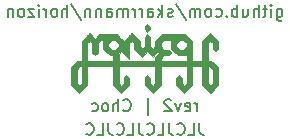
<source format=gbo>
G04 #@! TF.GenerationSoftware,KiCad,Pcbnew,(5.1.4)-1*
G04 #@! TF.CreationDate,2021-09-24T23:07:36-04:00*
G04 #@! TF.ProjectId,horizon-choc-top-plate,686f7269-7a6f-46e2-9d63-686f632d746f,rev?*
G04 #@! TF.SameCoordinates,Original*
G04 #@! TF.FileFunction,Legend,Bot*
G04 #@! TF.FilePolarity,Positive*
%FSLAX46Y46*%
G04 Gerber Fmt 4.6, Leading zero omitted, Abs format (unit mm)*
G04 Created by KiCad (PCBNEW (5.1.4)-1) date 2021-09-24 23:07:36*
%MOMM*%
%LPD*%
G04 APERTURE LIST*
%ADD10C,0.150000*%
%ADD11C,0.010000*%
%ADD12C,0.802000*%
%ADD13C,4.502000*%
G04 APERTURE END LIST*
D10*
X206428571Y-104952380D02*
X206428571Y-104285714D01*
X206428571Y-104476190D02*
X206380952Y-104380952D01*
X206333333Y-104333333D01*
X206238095Y-104285714D01*
X206142857Y-104285714D01*
X205428571Y-104904761D02*
X205523809Y-104952380D01*
X205714285Y-104952380D01*
X205809523Y-104904761D01*
X205857142Y-104809523D01*
X205857142Y-104428571D01*
X205809523Y-104333333D01*
X205714285Y-104285714D01*
X205523809Y-104285714D01*
X205428571Y-104333333D01*
X205380952Y-104428571D01*
X205380952Y-104523809D01*
X205857142Y-104619047D01*
X205047619Y-104285714D02*
X204809523Y-104952380D01*
X204571428Y-104285714D01*
X204238095Y-104047619D02*
X204190476Y-104000000D01*
X204095238Y-103952380D01*
X203857142Y-103952380D01*
X203761904Y-104000000D01*
X203714285Y-104047619D01*
X203666666Y-104142857D01*
X203666666Y-104238095D01*
X203714285Y-104380952D01*
X204285714Y-104952380D01*
X203666666Y-104952380D01*
X202238095Y-105285714D02*
X202238095Y-103857142D01*
X200190476Y-104857142D02*
X200238095Y-104904761D01*
X200380952Y-104952380D01*
X200476190Y-104952380D01*
X200619047Y-104904761D01*
X200714285Y-104809523D01*
X200761904Y-104714285D01*
X200809523Y-104523809D01*
X200809523Y-104380952D01*
X200761904Y-104190476D01*
X200714285Y-104095238D01*
X200619047Y-104000000D01*
X200476190Y-103952380D01*
X200380952Y-103952380D01*
X200238095Y-104000000D01*
X200190476Y-104047619D01*
X199761904Y-104952380D02*
X199761904Y-103952380D01*
X199333333Y-104952380D02*
X199333333Y-104428571D01*
X199380952Y-104333333D01*
X199476190Y-104285714D01*
X199619047Y-104285714D01*
X199714285Y-104333333D01*
X199761904Y-104380952D01*
X198714285Y-104952380D02*
X198809523Y-104904761D01*
X198857142Y-104857142D01*
X198904761Y-104761904D01*
X198904761Y-104476190D01*
X198857142Y-104380952D01*
X198809523Y-104333333D01*
X198714285Y-104285714D01*
X198571428Y-104285714D01*
X198476190Y-104333333D01*
X198428571Y-104380952D01*
X198380952Y-104476190D01*
X198380952Y-104761904D01*
X198428571Y-104857142D01*
X198476190Y-104904761D01*
X198571428Y-104952380D01*
X198714285Y-104952380D01*
X197523809Y-104904761D02*
X197619047Y-104952380D01*
X197809523Y-104952380D01*
X197904761Y-104904761D01*
X197952380Y-104857142D01*
X198000000Y-104761904D01*
X198000000Y-104476190D01*
X197952380Y-104380952D01*
X197904761Y-104333333D01*
X197809523Y-104285714D01*
X197619047Y-104285714D01*
X197523809Y-104333333D01*
X206619047Y-105952380D02*
X206619047Y-106666666D01*
X206666666Y-106809523D01*
X206761904Y-106904761D01*
X206904761Y-106952380D01*
X207000000Y-106952380D01*
X205666666Y-106952380D02*
X206142857Y-106952380D01*
X206142857Y-105952380D01*
X204761904Y-106857142D02*
X204809523Y-106904761D01*
X204952380Y-106952380D01*
X205047619Y-106952380D01*
X205190476Y-106904761D01*
X205285714Y-106809523D01*
X205333333Y-106714285D01*
X205380952Y-106523809D01*
X205380952Y-106380952D01*
X205333333Y-106190476D01*
X205285714Y-106095238D01*
X205190476Y-106000000D01*
X205047619Y-105952380D01*
X204952380Y-105952380D01*
X204809523Y-106000000D01*
X204761904Y-106047619D01*
X204047619Y-105952380D02*
X204047619Y-106666666D01*
X204095238Y-106809523D01*
X204190476Y-106904761D01*
X204333333Y-106952380D01*
X204428571Y-106952380D01*
X203095238Y-106952380D02*
X203571428Y-106952380D01*
X203571428Y-105952380D01*
X202190476Y-106857142D02*
X202238095Y-106904761D01*
X202380952Y-106952380D01*
X202476190Y-106952380D01*
X202619047Y-106904761D01*
X202714285Y-106809523D01*
X202761904Y-106714285D01*
X202809523Y-106523809D01*
X202809523Y-106380952D01*
X202761904Y-106190476D01*
X202714285Y-106095238D01*
X202619047Y-106000000D01*
X202476190Y-105952380D01*
X202380952Y-105952380D01*
X202238095Y-106000000D01*
X202190476Y-106047619D01*
X201476190Y-105952380D02*
X201476190Y-106666666D01*
X201523809Y-106809523D01*
X201619047Y-106904761D01*
X201761904Y-106952380D01*
X201857142Y-106952380D01*
X200523809Y-106952380D02*
X201000000Y-106952380D01*
X201000000Y-105952380D01*
X199619047Y-106857142D02*
X199666666Y-106904761D01*
X199809523Y-106952380D01*
X199904761Y-106952380D01*
X200047619Y-106904761D01*
X200142857Y-106809523D01*
X200190476Y-106714285D01*
X200238095Y-106523809D01*
X200238095Y-106380952D01*
X200190476Y-106190476D01*
X200142857Y-106095238D01*
X200047619Y-106000000D01*
X199904761Y-105952380D01*
X199809523Y-105952380D01*
X199666666Y-106000000D01*
X199619047Y-106047619D01*
X198904761Y-105952380D02*
X198904761Y-106666666D01*
X198952380Y-106809523D01*
X199047619Y-106904761D01*
X199190476Y-106952380D01*
X199285714Y-106952380D01*
X197952380Y-106952380D02*
X198428571Y-106952380D01*
X198428571Y-105952380D01*
X197047619Y-106857142D02*
X197095238Y-106904761D01*
X197238095Y-106952380D01*
X197333333Y-106952380D01*
X197476190Y-106904761D01*
X197571428Y-106809523D01*
X197619047Y-106714285D01*
X197666666Y-106523809D01*
X197666666Y-106380952D01*
X197619047Y-106190476D01*
X197571428Y-106095238D01*
X197476190Y-106000000D01*
X197333333Y-105952380D01*
X197238095Y-105952380D01*
X197095238Y-106000000D01*
X197047619Y-106047619D01*
X213166666Y-96285714D02*
X213166666Y-97095238D01*
X213214285Y-97190476D01*
X213261904Y-97238095D01*
X213357142Y-97285714D01*
X213500000Y-97285714D01*
X213595238Y-97238095D01*
X213166666Y-96904761D02*
X213261904Y-96952380D01*
X213452380Y-96952380D01*
X213547619Y-96904761D01*
X213595238Y-96857142D01*
X213642857Y-96761904D01*
X213642857Y-96476190D01*
X213595238Y-96380952D01*
X213547619Y-96333333D01*
X213452380Y-96285714D01*
X213261904Y-96285714D01*
X213166666Y-96333333D01*
X212690476Y-96952380D02*
X212690476Y-96285714D01*
X212690476Y-95952380D02*
X212738095Y-96000000D01*
X212690476Y-96047619D01*
X212642857Y-96000000D01*
X212690476Y-95952380D01*
X212690476Y-96047619D01*
X212357142Y-96285714D02*
X211976190Y-96285714D01*
X212214285Y-95952380D02*
X212214285Y-96809523D01*
X212166666Y-96904761D01*
X212071428Y-96952380D01*
X211976190Y-96952380D01*
X211642857Y-96952380D02*
X211642857Y-95952380D01*
X211214285Y-96952380D02*
X211214285Y-96428571D01*
X211261904Y-96333333D01*
X211357142Y-96285714D01*
X211500000Y-96285714D01*
X211595238Y-96333333D01*
X211642857Y-96380952D01*
X210309523Y-96285714D02*
X210309523Y-96952380D01*
X210738095Y-96285714D02*
X210738095Y-96809523D01*
X210690476Y-96904761D01*
X210595238Y-96952380D01*
X210452380Y-96952380D01*
X210357142Y-96904761D01*
X210309523Y-96857142D01*
X209833333Y-96952380D02*
X209833333Y-95952380D01*
X209833333Y-96333333D02*
X209738095Y-96285714D01*
X209547619Y-96285714D01*
X209452380Y-96333333D01*
X209404761Y-96380952D01*
X209357142Y-96476190D01*
X209357142Y-96761904D01*
X209404761Y-96857142D01*
X209452380Y-96904761D01*
X209547619Y-96952380D01*
X209738095Y-96952380D01*
X209833333Y-96904761D01*
X208928571Y-96857142D02*
X208880952Y-96904761D01*
X208928571Y-96952380D01*
X208976190Y-96904761D01*
X208928571Y-96857142D01*
X208928571Y-96952380D01*
X208023809Y-96904761D02*
X208119047Y-96952380D01*
X208309523Y-96952380D01*
X208404761Y-96904761D01*
X208452380Y-96857142D01*
X208500000Y-96761904D01*
X208500000Y-96476190D01*
X208452380Y-96380952D01*
X208404761Y-96333333D01*
X208309523Y-96285714D01*
X208119047Y-96285714D01*
X208023809Y-96333333D01*
X207452380Y-96952380D02*
X207547619Y-96904761D01*
X207595238Y-96857142D01*
X207642857Y-96761904D01*
X207642857Y-96476190D01*
X207595238Y-96380952D01*
X207547619Y-96333333D01*
X207452380Y-96285714D01*
X207309523Y-96285714D01*
X207214285Y-96333333D01*
X207166666Y-96380952D01*
X207119047Y-96476190D01*
X207119047Y-96761904D01*
X207166666Y-96857142D01*
X207214285Y-96904761D01*
X207309523Y-96952380D01*
X207452380Y-96952380D01*
X206690476Y-96952380D02*
X206690476Y-96285714D01*
X206690476Y-96380952D02*
X206642857Y-96333333D01*
X206547619Y-96285714D01*
X206404761Y-96285714D01*
X206309523Y-96333333D01*
X206261904Y-96428571D01*
X206261904Y-96952380D01*
X206261904Y-96428571D02*
X206214285Y-96333333D01*
X206119047Y-96285714D01*
X205976190Y-96285714D01*
X205880952Y-96333333D01*
X205833333Y-96428571D01*
X205833333Y-96952380D01*
X204642857Y-95904761D02*
X205500000Y-97190476D01*
X204357142Y-96904761D02*
X204261904Y-96952380D01*
X204071428Y-96952380D01*
X203976190Y-96904761D01*
X203928571Y-96809523D01*
X203928571Y-96761904D01*
X203976190Y-96666666D01*
X204071428Y-96619047D01*
X204214285Y-96619047D01*
X204309523Y-96571428D01*
X204357142Y-96476190D01*
X204357142Y-96428571D01*
X204309523Y-96333333D01*
X204214285Y-96285714D01*
X204071428Y-96285714D01*
X203976190Y-96333333D01*
X203500000Y-96952380D02*
X203500000Y-95952380D01*
X203404761Y-96571428D02*
X203119047Y-96952380D01*
X203119047Y-96285714D02*
X203500000Y-96666666D01*
X202261904Y-96952380D02*
X202261904Y-96428571D01*
X202309523Y-96333333D01*
X202404761Y-96285714D01*
X202595238Y-96285714D01*
X202690476Y-96333333D01*
X202261904Y-96904761D02*
X202357142Y-96952380D01*
X202595238Y-96952380D01*
X202690476Y-96904761D01*
X202738095Y-96809523D01*
X202738095Y-96714285D01*
X202690476Y-96619047D01*
X202595238Y-96571428D01*
X202357142Y-96571428D01*
X202261904Y-96523809D01*
X201785714Y-96952380D02*
X201785714Y-96285714D01*
X201785714Y-96476190D02*
X201738095Y-96380952D01*
X201690476Y-96333333D01*
X201595238Y-96285714D01*
X201500000Y-96285714D01*
X201166666Y-96952380D02*
X201166666Y-96285714D01*
X201166666Y-96476190D02*
X201119047Y-96380952D01*
X201071428Y-96333333D01*
X200976190Y-96285714D01*
X200880952Y-96285714D01*
X200547619Y-96952380D02*
X200547619Y-96285714D01*
X200547619Y-96380952D02*
X200500000Y-96333333D01*
X200404761Y-96285714D01*
X200261904Y-96285714D01*
X200166666Y-96333333D01*
X200119047Y-96428571D01*
X200119047Y-96952380D01*
X200119047Y-96428571D02*
X200071428Y-96333333D01*
X199976190Y-96285714D01*
X199833333Y-96285714D01*
X199738095Y-96333333D01*
X199690476Y-96428571D01*
X199690476Y-96952380D01*
X198785714Y-96952380D02*
X198785714Y-96428571D01*
X198833333Y-96333333D01*
X198928571Y-96285714D01*
X199119047Y-96285714D01*
X199214285Y-96333333D01*
X198785714Y-96904761D02*
X198880952Y-96952380D01*
X199119047Y-96952380D01*
X199214285Y-96904761D01*
X199261904Y-96809523D01*
X199261904Y-96714285D01*
X199214285Y-96619047D01*
X199119047Y-96571428D01*
X198880952Y-96571428D01*
X198785714Y-96523809D01*
X198309523Y-96285714D02*
X198309523Y-96952380D01*
X198309523Y-96380952D02*
X198261904Y-96333333D01*
X198166666Y-96285714D01*
X198023809Y-96285714D01*
X197928571Y-96333333D01*
X197880952Y-96428571D01*
X197880952Y-96952380D01*
X197404761Y-96285714D02*
X197404761Y-96952380D01*
X197404761Y-96380952D02*
X197357142Y-96333333D01*
X197261904Y-96285714D01*
X197119047Y-96285714D01*
X197023809Y-96333333D01*
X196976190Y-96428571D01*
X196976190Y-96952380D01*
X195785714Y-95904761D02*
X196642857Y-97190476D01*
X195452380Y-96952380D02*
X195452380Y-95952380D01*
X195023809Y-96952380D02*
X195023809Y-96428571D01*
X195071428Y-96333333D01*
X195166666Y-96285714D01*
X195309523Y-96285714D01*
X195404761Y-96333333D01*
X195452380Y-96380952D01*
X194404761Y-96952380D02*
X194500000Y-96904761D01*
X194547619Y-96857142D01*
X194595238Y-96761904D01*
X194595238Y-96476190D01*
X194547619Y-96380952D01*
X194500000Y-96333333D01*
X194404761Y-96285714D01*
X194261904Y-96285714D01*
X194166666Y-96333333D01*
X194119047Y-96380952D01*
X194071428Y-96476190D01*
X194071428Y-96761904D01*
X194119047Y-96857142D01*
X194166666Y-96904761D01*
X194261904Y-96952380D01*
X194404761Y-96952380D01*
X193642857Y-96952380D02*
X193642857Y-96285714D01*
X193642857Y-96476190D02*
X193595238Y-96380952D01*
X193547619Y-96333333D01*
X193452380Y-96285714D01*
X193357142Y-96285714D01*
X193023809Y-96952380D02*
X193023809Y-96285714D01*
X193023809Y-95952380D02*
X193071428Y-96000000D01*
X193023809Y-96047619D01*
X192976190Y-96000000D01*
X193023809Y-95952380D01*
X193023809Y-96047619D01*
X192642857Y-96285714D02*
X192119047Y-96285714D01*
X192642857Y-96952380D01*
X192119047Y-96952380D01*
X191595238Y-96952380D02*
X191690476Y-96904761D01*
X191738095Y-96857142D01*
X191785714Y-96761904D01*
X191785714Y-96476190D01*
X191738095Y-96380952D01*
X191690476Y-96333333D01*
X191595238Y-96285714D01*
X191452380Y-96285714D01*
X191357142Y-96333333D01*
X191309523Y-96380952D01*
X191261904Y-96476190D01*
X191261904Y-96761904D01*
X191309523Y-96857142D01*
X191357142Y-96904761D01*
X191452380Y-96952380D01*
X191595238Y-96952380D01*
X190833333Y-96285714D02*
X190833333Y-96952380D01*
X190833333Y-96380952D02*
X190785714Y-96333333D01*
X190690476Y-96285714D01*
X190547619Y-96285714D01*
X190452380Y-96333333D01*
X190404761Y-96428571D01*
X190404761Y-96952380D01*
D11*
G36*
X207222169Y-98695895D02*
G01*
X206888794Y-99029269D01*
X206888794Y-100676389D01*
X206000500Y-100676389D01*
X206000500Y-100102422D01*
X205555294Y-100102422D01*
X205555294Y-100676389D01*
X203333500Y-100676389D01*
X203333500Y-100546215D01*
X203490309Y-100389405D01*
X203647118Y-100232594D01*
X203823503Y-100232595D01*
X203999887Y-100232595D01*
X204111195Y-100121295D01*
X204222502Y-100009996D01*
X204222501Y-100009994D01*
X203241071Y-100009994D01*
X203065036Y-100186028D01*
X202889000Y-100362063D01*
X202889000Y-100676389D01*
X199778206Y-100676389D01*
X199778206Y-100232595D01*
X199333000Y-100232595D01*
X199333000Y-100676389D01*
X197111206Y-100676389D01*
X197111206Y-99212712D01*
X197193579Y-99130515D01*
X197203118Y-99120997D01*
X197212714Y-99111424D01*
X197222290Y-99101872D01*
X197231764Y-99092423D01*
X197241059Y-99083154D01*
X197250096Y-99074144D01*
X197258793Y-99065473D01*
X197267074Y-99057220D01*
X197274857Y-99049463D01*
X197282065Y-99042282D01*
X197288617Y-99035756D01*
X197294435Y-99029963D01*
X197299439Y-99024983D01*
X197303550Y-99020894D01*
X197304705Y-99019745D01*
X197333458Y-98991174D01*
X197555706Y-99213418D01*
X197555706Y-100009993D01*
X197666831Y-100121117D01*
X197777956Y-100232240D01*
X197889081Y-100121117D01*
X198000206Y-100009993D01*
X198000206Y-99212715D01*
X198313824Y-98899095D01*
X198443998Y-98899094D01*
X198574172Y-98899094D01*
X198444000Y-99029272D01*
X198444000Y-99657213D01*
X199019380Y-100232595D01*
X199333000Y-100232595D01*
X199778206Y-100232595D01*
X199778206Y-100101716D01*
X200000102Y-99879816D01*
X200333301Y-100213015D01*
X200666500Y-100546213D01*
X200666500Y-99213418D01*
X200667205Y-99212713D01*
X199777500Y-99212713D01*
X199777500Y-99473768D01*
X199620691Y-99630579D01*
X199463882Y-99787389D01*
X199202826Y-99787389D01*
X198889206Y-99473771D01*
X198889206Y-99212715D01*
X199046015Y-99055905D01*
X199202824Y-98899094D01*
X199333352Y-98899095D01*
X199463879Y-98899095D01*
X199620690Y-99055904D01*
X199777500Y-99212713D01*
X200667205Y-99212713D01*
X200777625Y-99102294D01*
X200888750Y-98991171D01*
X200999875Y-99102295D01*
X201111000Y-99213418D01*
X201111000Y-99657215D01*
X201444346Y-99990560D01*
X201462545Y-100008758D01*
X201480497Y-100026707D01*
X201498177Y-100044382D01*
X201515559Y-100061757D01*
X201532617Y-100078806D01*
X201549324Y-100095503D01*
X201565656Y-100111823D01*
X201581586Y-100127739D01*
X201597088Y-100143226D01*
X201612137Y-100158258D01*
X201626706Y-100172809D01*
X201640770Y-100186854D01*
X201654304Y-100200365D01*
X201667280Y-100213319D01*
X201679673Y-100225689D01*
X201691458Y-100237448D01*
X201702608Y-100248572D01*
X201713097Y-100259034D01*
X201722901Y-100268809D01*
X201731992Y-100277871D01*
X201740345Y-100286193D01*
X201747934Y-100293751D01*
X201754733Y-100300518D01*
X201760717Y-100306469D01*
X201765859Y-100311577D01*
X201770134Y-100315818D01*
X201773516Y-100319164D01*
X201775978Y-100321591D01*
X201777496Y-100323072D01*
X201778042Y-100323582D01*
X201778044Y-100323582D01*
X201778561Y-100323066D01*
X201780045Y-100321585D01*
X201782462Y-100319169D01*
X201785783Y-100315851D01*
X201789974Y-100311662D01*
X201795005Y-100306634D01*
X201800842Y-100300799D01*
X201807456Y-100294188D01*
X201814813Y-100286834D01*
X201822882Y-100278767D01*
X201831632Y-100270020D01*
X201841030Y-100260625D01*
X201851046Y-100250612D01*
X201861646Y-100240015D01*
X201872799Y-100228864D01*
X201884475Y-100217192D01*
X201896640Y-100205029D01*
X201909263Y-100192409D01*
X201922312Y-100179362D01*
X201935756Y-100165921D01*
X201949563Y-100152117D01*
X201963701Y-100137981D01*
X201978138Y-100123547D01*
X201992843Y-100108844D01*
X202000149Y-100101540D01*
X202221902Y-99879821D01*
X202666396Y-100324317D01*
X202888648Y-100102066D01*
X203110899Y-99879816D01*
X203241071Y-100009994D01*
X204222501Y-100009994D01*
X204111201Y-99898692D01*
X203999899Y-99787389D01*
X203647121Y-99787389D01*
X203490310Y-99630580D01*
X203333500Y-99473771D01*
X203333500Y-99212599D01*
X203490437Y-99055847D01*
X203647374Y-98899094D01*
X204351959Y-98899094D01*
X204286877Y-98964191D01*
X204221794Y-99029287D01*
X204221794Y-99657213D01*
X204797174Y-100232595D01*
X205425117Y-100232595D01*
X205490206Y-100167508D01*
X205555294Y-100102422D01*
X206000500Y-100102422D01*
X206000500Y-99212713D01*
X205555294Y-99212713D01*
X205555294Y-99473768D01*
X205398485Y-99630579D01*
X205241676Y-99787389D01*
X204980621Y-99787389D01*
X204823810Y-99630580D01*
X204667000Y-99473771D01*
X204667000Y-99212715D01*
X204823809Y-99055905D01*
X204980618Y-98899094D01*
X205111146Y-98899095D01*
X205241674Y-98899095D01*
X205555294Y-99212713D01*
X206000500Y-99212713D01*
X206000500Y-99029274D01*
X205713164Y-98741934D01*
X205425827Y-98454595D01*
X204444398Y-98454595D01*
X203462969Y-98454594D01*
X203175984Y-98741580D01*
X202889000Y-99028565D01*
X202889000Y-99473066D01*
X202777698Y-99584366D01*
X202666396Y-99695667D01*
X202555448Y-99584717D01*
X202444500Y-99473768D01*
X202444500Y-98676490D01*
X202333375Y-98565367D01*
X202222250Y-98454243D01*
X202111125Y-98565367D01*
X202000000Y-98676490D01*
X202000000Y-99473066D01*
X201777750Y-99695312D01*
X201555500Y-99473066D01*
X201555500Y-99029264D01*
X201222448Y-98696245D01*
X201204255Y-98678053D01*
X201186308Y-98660108D01*
X201168634Y-98642436D01*
X201151258Y-98625062D01*
X201134206Y-98608013D01*
X201117505Y-98591314D01*
X201101180Y-98574991D01*
X201085257Y-98559070D01*
X201069761Y-98543576D01*
X201054720Y-98528537D01*
X201040158Y-98513977D01*
X201026101Y-98499923D01*
X201012576Y-98486400D01*
X200999609Y-98473435D01*
X200987224Y-98461052D01*
X200975449Y-98449279D01*
X200964308Y-98438141D01*
X200953828Y-98427663D01*
X200944036Y-98417873D01*
X200934955Y-98408795D01*
X200926614Y-98400455D01*
X200919036Y-98392880D01*
X200912249Y-98386095D01*
X200906279Y-98380126D01*
X200901150Y-98374999D01*
X200896889Y-98370741D01*
X200893522Y-98367376D01*
X200891075Y-98364930D01*
X200889574Y-98363430D01*
X200889044Y-98362902D01*
X200888530Y-98363379D01*
X200887044Y-98364828D01*
X200884613Y-98367223D01*
X200881262Y-98370540D01*
X200877016Y-98374750D01*
X200871903Y-98379830D01*
X200865947Y-98385753D01*
X200859174Y-98392493D01*
X200851611Y-98400025D01*
X200843283Y-98408322D01*
X200834217Y-98417359D01*
X200824437Y-98427110D01*
X200813971Y-98437549D01*
X200802843Y-98448651D01*
X200791080Y-98460389D01*
X200778707Y-98472737D01*
X200765751Y-98485671D01*
X200752237Y-98499164D01*
X200738192Y-98513190D01*
X200723640Y-98527723D01*
X200708608Y-98542738D01*
X200693122Y-98558208D01*
X200677208Y-98574109D01*
X200660891Y-98590414D01*
X200644198Y-98607097D01*
X200627153Y-98624132D01*
X200609785Y-98641494D01*
X200592117Y-98659157D01*
X200574176Y-98677095D01*
X200555987Y-98695282D01*
X200555522Y-98695748D01*
X200222352Y-99028917D01*
X199935192Y-98741756D01*
X199648031Y-98454595D01*
X198888853Y-98454594D01*
X198129674Y-98454594D01*
X197953639Y-98630631D01*
X197777604Y-98806667D01*
X197555706Y-98584770D01*
X197540876Y-98569941D01*
X197526297Y-98555367D01*
X197511999Y-98541077D01*
X197498016Y-98527105D01*
X197484379Y-98513481D01*
X197471119Y-98500237D01*
X197458269Y-98487405D01*
X197445860Y-98475017D01*
X197433924Y-98463104D01*
X197422492Y-98451698D01*
X197411597Y-98440831D01*
X197401270Y-98430534D01*
X197391544Y-98420839D01*
X197382449Y-98411778D01*
X197374018Y-98403383D01*
X197366283Y-98395684D01*
X197359275Y-98388715D01*
X197353026Y-98382505D01*
X197347567Y-98377089D01*
X197342932Y-98372496D01*
X197339151Y-98368758D01*
X197336256Y-98365908D01*
X197334279Y-98363977D01*
X197333251Y-98362996D01*
X197333104Y-98362872D01*
X197332571Y-98363367D01*
X197331066Y-98364834D01*
X197328615Y-98367247D01*
X197325245Y-98370581D01*
X197320981Y-98374809D01*
X197315849Y-98379906D01*
X197309874Y-98385845D01*
X197303084Y-98392602D01*
X197295504Y-98400150D01*
X197287159Y-98408463D01*
X197278076Y-98417515D01*
X197268280Y-98427281D01*
X197257798Y-98437734D01*
X197246655Y-98448849D01*
X197234878Y-98460600D01*
X197222492Y-98472961D01*
X197209524Y-98485907D01*
X197195998Y-98499410D01*
X197181941Y-98513446D01*
X197167380Y-98527988D01*
X197152339Y-98543011D01*
X197136845Y-98558489D01*
X197120924Y-98574396D01*
X197104601Y-98590706D01*
X197087903Y-98607393D01*
X197070856Y-98624431D01*
X197053485Y-98641795D01*
X197035816Y-98659458D01*
X197017876Y-98677395D01*
X196999690Y-98695580D01*
X196999553Y-98695717D01*
X196666706Y-99028563D01*
X196666706Y-100676389D01*
X196352380Y-100676389D01*
X195777706Y-101251065D01*
X195777706Y-102768715D01*
X196444456Y-103435463D01*
X197111206Y-102768715D01*
X197111206Y-101120889D01*
X196666706Y-101120889D01*
X196666706Y-102584562D01*
X196555758Y-102695512D01*
X196545307Y-102705961D01*
X196535121Y-102716143D01*
X196525242Y-102726014D01*
X196515718Y-102735529D01*
X196506591Y-102744642D01*
X196497909Y-102753310D01*
X196489714Y-102761487D01*
X196482053Y-102769128D01*
X196474970Y-102776189D01*
X196468510Y-102782625D01*
X196462719Y-102788391D01*
X196457641Y-102793443D01*
X196453321Y-102797734D01*
X196449804Y-102801222D01*
X196447134Y-102803860D01*
X196445358Y-102805604D01*
X196444520Y-102806409D01*
X196444457Y-102806461D01*
X196443932Y-102805970D01*
X196442455Y-102804525D01*
X196440070Y-102802171D01*
X196436823Y-102798954D01*
X196432758Y-102794918D01*
X196427920Y-102790108D01*
X196422354Y-102784568D01*
X196416106Y-102778344D01*
X196409220Y-102771481D01*
X196401741Y-102764023D01*
X196393714Y-102756014D01*
X196385184Y-102747501D01*
X196376197Y-102738527D01*
X196366796Y-102729137D01*
X196357027Y-102719377D01*
X196346935Y-102709290D01*
X196336565Y-102698923D01*
X196333155Y-102695513D01*
X196222206Y-102584566D01*
X196222206Y-101435215D01*
X196379368Y-101278052D01*
X196536529Y-101120889D01*
X196666706Y-101120889D01*
X197111206Y-101120889D01*
X199333000Y-101120889D01*
X199333000Y-102768009D01*
X199666552Y-103101560D01*
X200000103Y-103435111D01*
X200333302Y-103101912D01*
X200666500Y-102768713D01*
X200666500Y-102121012D01*
X200444250Y-101898766D01*
X200222000Y-102121012D01*
X200222000Y-102584566D01*
X200111051Y-102695513D01*
X200000101Y-102806461D01*
X199889153Y-102695512D01*
X199778206Y-102584562D01*
X199778206Y-101120889D01*
X202889000Y-101120889D01*
X202889037Y-101852726D01*
X202889073Y-102584564D01*
X202777750Y-102695527D01*
X202666428Y-102806490D01*
X202444500Y-102584566D01*
X202444500Y-102121012D01*
X202222250Y-101898766D01*
X202000000Y-102121012D01*
X202000000Y-102768715D01*
X202666750Y-103435463D01*
X203333500Y-102768715D01*
X203333500Y-101120889D01*
X205555294Y-101120889D01*
X205555294Y-102584566D01*
X205444345Y-102695513D01*
X205333396Y-102806461D01*
X205222448Y-102695512D01*
X205111500Y-102584562D01*
X205111500Y-102121016D01*
X205000552Y-102010066D01*
X204990099Y-101999615D01*
X204979905Y-101989431D01*
X204970018Y-101979559D01*
X204960482Y-101970043D01*
X204951341Y-101960928D01*
X204942642Y-101952259D01*
X204934429Y-101944081D01*
X204926747Y-101936439D01*
X204919642Y-101929378D01*
X204913158Y-101922942D01*
X204907342Y-101917176D01*
X204902237Y-101912125D01*
X204897889Y-101907834D01*
X204894343Y-101904349D01*
X204891645Y-101901712D01*
X204889839Y-101899970D01*
X204888970Y-101899168D01*
X204888897Y-101899117D01*
X204888339Y-101899609D01*
X204886829Y-101901054D01*
X204884411Y-101903408D01*
X204881132Y-101906627D01*
X204877037Y-101910664D01*
X204872170Y-101915476D01*
X204866576Y-101921017D01*
X204860302Y-101927243D01*
X204853391Y-101934109D01*
X204845890Y-101941570D01*
X204837842Y-101949581D01*
X204829294Y-101958097D01*
X204820290Y-101967074D01*
X204810875Y-101976466D01*
X204801096Y-101986229D01*
X204790996Y-101996318D01*
X204780621Y-102006688D01*
X204777242Y-102010066D01*
X204666294Y-102121016D01*
X204666294Y-102768009D01*
X205333398Y-103435111D01*
X205666949Y-103101559D01*
X206000500Y-102768008D01*
X206000500Y-101120889D01*
X206888794Y-101120889D01*
X206888794Y-102768715D01*
X207221993Y-103101913D01*
X207240189Y-103120108D01*
X207258139Y-103138056D01*
X207275816Y-103155730D01*
X207293194Y-103173105D01*
X207310248Y-103190155D01*
X207326953Y-103206854D01*
X207343281Y-103223176D01*
X207359207Y-103239095D01*
X207374706Y-103254586D01*
X207389751Y-103269622D01*
X207404317Y-103284178D01*
X207418377Y-103298228D01*
X207431906Y-103311746D01*
X207444878Y-103324706D01*
X207457267Y-103337083D01*
X207469047Y-103348849D01*
X207480192Y-103359981D01*
X207490677Y-103370451D01*
X207500475Y-103380235D01*
X207509561Y-103389305D01*
X207517908Y-103397637D01*
X207525492Y-103405203D01*
X207532285Y-103411980D01*
X207538262Y-103417940D01*
X207543398Y-103423058D01*
X207547666Y-103427308D01*
X207551041Y-103430664D01*
X207553496Y-103433101D01*
X207555006Y-103434591D01*
X207555544Y-103435111D01*
X207555545Y-103435111D01*
X207556059Y-103434617D01*
X207557545Y-103433150D01*
X207559976Y-103430737D01*
X207563328Y-103427404D01*
X207567574Y-103423176D01*
X207572688Y-103418079D01*
X207578645Y-103412140D01*
X207585418Y-103405383D01*
X207592982Y-103397836D01*
X207601310Y-103389523D01*
X207610378Y-103380471D01*
X207620158Y-103370706D01*
X207630626Y-103360252D01*
X207641755Y-103349137D01*
X207653519Y-103337386D01*
X207665893Y-103325024D01*
X207678851Y-103312078D01*
X207692366Y-103298574D01*
X207706413Y-103284537D01*
X207720967Y-103269994D01*
X207736000Y-103254969D01*
X207751488Y-103239489D01*
X207767404Y-103223581D01*
X207783722Y-103207268D01*
X207800417Y-103190579D01*
X207817463Y-103173537D01*
X207834834Y-103156170D01*
X207852503Y-103138503D01*
X207870446Y-103120562D01*
X207889096Y-103101912D01*
X208222294Y-102768713D01*
X208222294Y-101435213D01*
X207777795Y-101435213D01*
X207777794Y-102009888D01*
X207777794Y-102584562D01*
X207666847Y-102695512D01*
X207656396Y-102705961D01*
X207646210Y-102716143D01*
X207636331Y-102726014D01*
X207626807Y-102735529D01*
X207617680Y-102744642D01*
X207608997Y-102753310D01*
X207600803Y-102761487D01*
X207593142Y-102769128D01*
X207586059Y-102776189D01*
X207579599Y-102782625D01*
X207573808Y-102788391D01*
X207568730Y-102793443D01*
X207564410Y-102797734D01*
X207560892Y-102801222D01*
X207558223Y-102803860D01*
X207556447Y-102805604D01*
X207555609Y-102806409D01*
X207555546Y-102806461D01*
X207555021Y-102805970D01*
X207553544Y-102804525D01*
X207551159Y-102802171D01*
X207547912Y-102798954D01*
X207543847Y-102794918D01*
X207539009Y-102790108D01*
X207533443Y-102784568D01*
X207527195Y-102778344D01*
X207520309Y-102771481D01*
X207512830Y-102764023D01*
X207504803Y-102756014D01*
X207496273Y-102747501D01*
X207487286Y-102738527D01*
X207477885Y-102729137D01*
X207468116Y-102719377D01*
X207458024Y-102709290D01*
X207447654Y-102698923D01*
X207444244Y-102695513D01*
X207333294Y-102584566D01*
X207333294Y-101120889D01*
X207463468Y-101120889D01*
X207620631Y-101278051D01*
X207777795Y-101435213D01*
X208222294Y-101435213D01*
X208222294Y-101251063D01*
X207934957Y-100963726D01*
X207647619Y-100676389D01*
X207333294Y-100676389D01*
X207333294Y-99213418D01*
X207444419Y-99102295D01*
X207555544Y-98991171D01*
X207666669Y-99102294D01*
X207777794Y-99213418D01*
X207777794Y-99676971D01*
X207888919Y-99788095D01*
X208000044Y-99899218D01*
X208111169Y-99788095D01*
X208222294Y-99676971D01*
X208222294Y-99029269D01*
X207888919Y-98695895D01*
X207555545Y-98362520D01*
X207222169Y-98695895D01*
X207222169Y-98695895D01*
G37*
X207222169Y-98695895D02*
X206888794Y-99029269D01*
X206888794Y-100676389D01*
X206000500Y-100676389D01*
X206000500Y-100102422D01*
X205555294Y-100102422D01*
X205555294Y-100676389D01*
X203333500Y-100676389D01*
X203333500Y-100546215D01*
X203490309Y-100389405D01*
X203647118Y-100232594D01*
X203823503Y-100232595D01*
X203999887Y-100232595D01*
X204111195Y-100121295D01*
X204222502Y-100009996D01*
X204222501Y-100009994D01*
X203241071Y-100009994D01*
X203065036Y-100186028D01*
X202889000Y-100362063D01*
X202889000Y-100676389D01*
X199778206Y-100676389D01*
X199778206Y-100232595D01*
X199333000Y-100232595D01*
X199333000Y-100676389D01*
X197111206Y-100676389D01*
X197111206Y-99212712D01*
X197193579Y-99130515D01*
X197203118Y-99120997D01*
X197212714Y-99111424D01*
X197222290Y-99101872D01*
X197231764Y-99092423D01*
X197241059Y-99083154D01*
X197250096Y-99074144D01*
X197258793Y-99065473D01*
X197267074Y-99057220D01*
X197274857Y-99049463D01*
X197282065Y-99042282D01*
X197288617Y-99035756D01*
X197294435Y-99029963D01*
X197299439Y-99024983D01*
X197303550Y-99020894D01*
X197304705Y-99019745D01*
X197333458Y-98991174D01*
X197555706Y-99213418D01*
X197555706Y-100009993D01*
X197666831Y-100121117D01*
X197777956Y-100232240D01*
X197889081Y-100121117D01*
X198000206Y-100009993D01*
X198000206Y-99212715D01*
X198313824Y-98899095D01*
X198443998Y-98899094D01*
X198574172Y-98899094D01*
X198444000Y-99029272D01*
X198444000Y-99657213D01*
X199019380Y-100232595D01*
X199333000Y-100232595D01*
X199778206Y-100232595D01*
X199778206Y-100101716D01*
X200000102Y-99879816D01*
X200333301Y-100213015D01*
X200666500Y-100546213D01*
X200666500Y-99213418D01*
X200667205Y-99212713D01*
X199777500Y-99212713D01*
X199777500Y-99473768D01*
X199620691Y-99630579D01*
X199463882Y-99787389D01*
X199202826Y-99787389D01*
X198889206Y-99473771D01*
X198889206Y-99212715D01*
X199046015Y-99055905D01*
X199202824Y-98899094D01*
X199333352Y-98899095D01*
X199463879Y-98899095D01*
X199620690Y-99055904D01*
X199777500Y-99212713D01*
X200667205Y-99212713D01*
X200777625Y-99102294D01*
X200888750Y-98991171D01*
X200999875Y-99102295D01*
X201111000Y-99213418D01*
X201111000Y-99657215D01*
X201444346Y-99990560D01*
X201462545Y-100008758D01*
X201480497Y-100026707D01*
X201498177Y-100044382D01*
X201515559Y-100061757D01*
X201532617Y-100078806D01*
X201549324Y-100095503D01*
X201565656Y-100111823D01*
X201581586Y-100127739D01*
X201597088Y-100143226D01*
X201612137Y-100158258D01*
X201626706Y-100172809D01*
X201640770Y-100186854D01*
X201654304Y-100200365D01*
X201667280Y-100213319D01*
X201679673Y-100225689D01*
X201691458Y-100237448D01*
X201702608Y-100248572D01*
X201713097Y-100259034D01*
X201722901Y-100268809D01*
X201731992Y-100277871D01*
X201740345Y-100286193D01*
X201747934Y-100293751D01*
X201754733Y-100300518D01*
X201760717Y-100306469D01*
X201765859Y-100311577D01*
X201770134Y-100315818D01*
X201773516Y-100319164D01*
X201775978Y-100321591D01*
X201777496Y-100323072D01*
X201778042Y-100323582D01*
X201778044Y-100323582D01*
X201778561Y-100323066D01*
X201780045Y-100321585D01*
X201782462Y-100319169D01*
X201785783Y-100315851D01*
X201789974Y-100311662D01*
X201795005Y-100306634D01*
X201800842Y-100300799D01*
X201807456Y-100294188D01*
X201814813Y-100286834D01*
X201822882Y-100278767D01*
X201831632Y-100270020D01*
X201841030Y-100260625D01*
X201851046Y-100250612D01*
X201861646Y-100240015D01*
X201872799Y-100228864D01*
X201884475Y-100217192D01*
X201896640Y-100205029D01*
X201909263Y-100192409D01*
X201922312Y-100179362D01*
X201935756Y-100165921D01*
X201949563Y-100152117D01*
X201963701Y-100137981D01*
X201978138Y-100123547D01*
X201992843Y-100108844D01*
X202000149Y-100101540D01*
X202221902Y-99879821D01*
X202666396Y-100324317D01*
X202888648Y-100102066D01*
X203110899Y-99879816D01*
X203241071Y-100009994D01*
X204222501Y-100009994D01*
X204111201Y-99898692D01*
X203999899Y-99787389D01*
X203647121Y-99787389D01*
X203490310Y-99630580D01*
X203333500Y-99473771D01*
X203333500Y-99212599D01*
X203490437Y-99055847D01*
X203647374Y-98899094D01*
X204351959Y-98899094D01*
X204286877Y-98964191D01*
X204221794Y-99029287D01*
X204221794Y-99657213D01*
X204797174Y-100232595D01*
X205425117Y-100232595D01*
X205490206Y-100167508D01*
X205555294Y-100102422D01*
X206000500Y-100102422D01*
X206000500Y-99212713D01*
X205555294Y-99212713D01*
X205555294Y-99473768D01*
X205398485Y-99630579D01*
X205241676Y-99787389D01*
X204980621Y-99787389D01*
X204823810Y-99630580D01*
X204667000Y-99473771D01*
X204667000Y-99212715D01*
X204823809Y-99055905D01*
X204980618Y-98899094D01*
X205111146Y-98899095D01*
X205241674Y-98899095D01*
X205555294Y-99212713D01*
X206000500Y-99212713D01*
X206000500Y-99029274D01*
X205713164Y-98741934D01*
X205425827Y-98454595D01*
X204444398Y-98454595D01*
X203462969Y-98454594D01*
X203175984Y-98741580D01*
X202889000Y-99028565D01*
X202889000Y-99473066D01*
X202777698Y-99584366D01*
X202666396Y-99695667D01*
X202555448Y-99584717D01*
X202444500Y-99473768D01*
X202444500Y-98676490D01*
X202333375Y-98565367D01*
X202222250Y-98454243D01*
X202111125Y-98565367D01*
X202000000Y-98676490D01*
X202000000Y-99473066D01*
X201777750Y-99695312D01*
X201555500Y-99473066D01*
X201555500Y-99029264D01*
X201222448Y-98696245D01*
X201204255Y-98678053D01*
X201186308Y-98660108D01*
X201168634Y-98642436D01*
X201151258Y-98625062D01*
X201134206Y-98608013D01*
X201117505Y-98591314D01*
X201101180Y-98574991D01*
X201085257Y-98559070D01*
X201069761Y-98543576D01*
X201054720Y-98528537D01*
X201040158Y-98513977D01*
X201026101Y-98499923D01*
X201012576Y-98486400D01*
X200999609Y-98473435D01*
X200987224Y-98461052D01*
X200975449Y-98449279D01*
X200964308Y-98438141D01*
X200953828Y-98427663D01*
X200944036Y-98417873D01*
X200934955Y-98408795D01*
X200926614Y-98400455D01*
X200919036Y-98392880D01*
X200912249Y-98386095D01*
X200906279Y-98380126D01*
X200901150Y-98374999D01*
X200896889Y-98370741D01*
X200893522Y-98367376D01*
X200891075Y-98364930D01*
X200889574Y-98363430D01*
X200889044Y-98362902D01*
X200888530Y-98363379D01*
X200887044Y-98364828D01*
X200884613Y-98367223D01*
X200881262Y-98370540D01*
X200877016Y-98374750D01*
X200871903Y-98379830D01*
X200865947Y-98385753D01*
X200859174Y-98392493D01*
X200851611Y-98400025D01*
X200843283Y-98408322D01*
X200834217Y-98417359D01*
X200824437Y-98427110D01*
X200813971Y-98437549D01*
X200802843Y-98448651D01*
X200791080Y-98460389D01*
X200778707Y-98472737D01*
X200765751Y-98485671D01*
X200752237Y-98499164D01*
X200738192Y-98513190D01*
X200723640Y-98527723D01*
X200708608Y-98542738D01*
X200693122Y-98558208D01*
X200677208Y-98574109D01*
X200660891Y-98590414D01*
X200644198Y-98607097D01*
X200627153Y-98624132D01*
X200609785Y-98641494D01*
X200592117Y-98659157D01*
X200574176Y-98677095D01*
X200555987Y-98695282D01*
X200555522Y-98695748D01*
X200222352Y-99028917D01*
X199935192Y-98741756D01*
X199648031Y-98454595D01*
X198888853Y-98454594D01*
X198129674Y-98454594D01*
X197953639Y-98630631D01*
X197777604Y-98806667D01*
X197555706Y-98584770D01*
X197540876Y-98569941D01*
X197526297Y-98555367D01*
X197511999Y-98541077D01*
X197498016Y-98527105D01*
X197484379Y-98513481D01*
X197471119Y-98500237D01*
X197458269Y-98487405D01*
X197445860Y-98475017D01*
X197433924Y-98463104D01*
X197422492Y-98451698D01*
X197411597Y-98440831D01*
X197401270Y-98430534D01*
X197391544Y-98420839D01*
X197382449Y-98411778D01*
X197374018Y-98403383D01*
X197366283Y-98395684D01*
X197359275Y-98388715D01*
X197353026Y-98382505D01*
X197347567Y-98377089D01*
X197342932Y-98372496D01*
X197339151Y-98368758D01*
X197336256Y-98365908D01*
X197334279Y-98363977D01*
X197333251Y-98362996D01*
X197333104Y-98362872D01*
X197332571Y-98363367D01*
X197331066Y-98364834D01*
X197328615Y-98367247D01*
X197325245Y-98370581D01*
X197320981Y-98374809D01*
X197315849Y-98379906D01*
X197309874Y-98385845D01*
X197303084Y-98392602D01*
X197295504Y-98400150D01*
X197287159Y-98408463D01*
X197278076Y-98417515D01*
X197268280Y-98427281D01*
X197257798Y-98437734D01*
X197246655Y-98448849D01*
X197234878Y-98460600D01*
X197222492Y-98472961D01*
X197209524Y-98485907D01*
X197195998Y-98499410D01*
X197181941Y-98513446D01*
X197167380Y-98527988D01*
X197152339Y-98543011D01*
X197136845Y-98558489D01*
X197120924Y-98574396D01*
X197104601Y-98590706D01*
X197087903Y-98607393D01*
X197070856Y-98624431D01*
X197053485Y-98641795D01*
X197035816Y-98659458D01*
X197017876Y-98677395D01*
X196999690Y-98695580D01*
X196999553Y-98695717D01*
X196666706Y-99028563D01*
X196666706Y-100676389D01*
X196352380Y-100676389D01*
X195777706Y-101251065D01*
X195777706Y-102768715D01*
X196444456Y-103435463D01*
X197111206Y-102768715D01*
X197111206Y-101120889D01*
X196666706Y-101120889D01*
X196666706Y-102584562D01*
X196555758Y-102695512D01*
X196545307Y-102705961D01*
X196535121Y-102716143D01*
X196525242Y-102726014D01*
X196515718Y-102735529D01*
X196506591Y-102744642D01*
X196497909Y-102753310D01*
X196489714Y-102761487D01*
X196482053Y-102769128D01*
X196474970Y-102776189D01*
X196468510Y-102782625D01*
X196462719Y-102788391D01*
X196457641Y-102793443D01*
X196453321Y-102797734D01*
X196449804Y-102801222D01*
X196447134Y-102803860D01*
X196445358Y-102805604D01*
X196444520Y-102806409D01*
X196444457Y-102806461D01*
X196443932Y-102805970D01*
X196442455Y-102804525D01*
X196440070Y-102802171D01*
X196436823Y-102798954D01*
X196432758Y-102794918D01*
X196427920Y-102790108D01*
X196422354Y-102784568D01*
X196416106Y-102778344D01*
X196409220Y-102771481D01*
X196401741Y-102764023D01*
X196393714Y-102756014D01*
X196385184Y-102747501D01*
X196376197Y-102738527D01*
X196366796Y-102729137D01*
X196357027Y-102719377D01*
X196346935Y-102709290D01*
X196336565Y-102698923D01*
X196333155Y-102695513D01*
X196222206Y-102584566D01*
X196222206Y-101435215D01*
X196379368Y-101278052D01*
X196536529Y-101120889D01*
X196666706Y-101120889D01*
X197111206Y-101120889D01*
X199333000Y-101120889D01*
X199333000Y-102768009D01*
X199666552Y-103101560D01*
X200000103Y-103435111D01*
X200333302Y-103101912D01*
X200666500Y-102768713D01*
X200666500Y-102121012D01*
X200444250Y-101898766D01*
X200222000Y-102121012D01*
X200222000Y-102584566D01*
X200111051Y-102695513D01*
X200000101Y-102806461D01*
X199889153Y-102695512D01*
X199778206Y-102584562D01*
X199778206Y-101120889D01*
X202889000Y-101120889D01*
X202889037Y-101852726D01*
X202889073Y-102584564D01*
X202777750Y-102695527D01*
X202666428Y-102806490D01*
X202444500Y-102584566D01*
X202444500Y-102121012D01*
X202222250Y-101898766D01*
X202000000Y-102121012D01*
X202000000Y-102768715D01*
X202666750Y-103435463D01*
X203333500Y-102768715D01*
X203333500Y-101120889D01*
X205555294Y-101120889D01*
X205555294Y-102584566D01*
X205444345Y-102695513D01*
X205333396Y-102806461D01*
X205222448Y-102695512D01*
X205111500Y-102584562D01*
X205111500Y-102121016D01*
X205000552Y-102010066D01*
X204990099Y-101999615D01*
X204979905Y-101989431D01*
X204970018Y-101979559D01*
X204960482Y-101970043D01*
X204951341Y-101960928D01*
X204942642Y-101952259D01*
X204934429Y-101944081D01*
X204926747Y-101936439D01*
X204919642Y-101929378D01*
X204913158Y-101922942D01*
X204907342Y-101917176D01*
X204902237Y-101912125D01*
X204897889Y-101907834D01*
X204894343Y-101904349D01*
X204891645Y-101901712D01*
X204889839Y-101899970D01*
X204888970Y-101899168D01*
X204888897Y-101899117D01*
X204888339Y-101899609D01*
X204886829Y-101901054D01*
X204884411Y-101903408D01*
X204881132Y-101906627D01*
X204877037Y-101910664D01*
X204872170Y-101915476D01*
X204866576Y-101921017D01*
X204860302Y-101927243D01*
X204853391Y-101934109D01*
X204845890Y-101941570D01*
X204837842Y-101949581D01*
X204829294Y-101958097D01*
X204820290Y-101967074D01*
X204810875Y-101976466D01*
X204801096Y-101986229D01*
X204790996Y-101996318D01*
X204780621Y-102006688D01*
X204777242Y-102010066D01*
X204666294Y-102121016D01*
X204666294Y-102768009D01*
X205333398Y-103435111D01*
X205666949Y-103101559D01*
X206000500Y-102768008D01*
X206000500Y-101120889D01*
X206888794Y-101120889D01*
X206888794Y-102768715D01*
X207221993Y-103101913D01*
X207240189Y-103120108D01*
X207258139Y-103138056D01*
X207275816Y-103155730D01*
X207293194Y-103173105D01*
X207310248Y-103190155D01*
X207326953Y-103206854D01*
X207343281Y-103223176D01*
X207359207Y-103239095D01*
X207374706Y-103254586D01*
X207389751Y-103269622D01*
X207404317Y-103284178D01*
X207418377Y-103298228D01*
X207431906Y-103311746D01*
X207444878Y-103324706D01*
X207457267Y-103337083D01*
X207469047Y-103348849D01*
X207480192Y-103359981D01*
X207490677Y-103370451D01*
X207500475Y-103380235D01*
X207509561Y-103389305D01*
X207517908Y-103397637D01*
X207525492Y-103405203D01*
X207532285Y-103411980D01*
X207538262Y-103417940D01*
X207543398Y-103423058D01*
X207547666Y-103427308D01*
X207551041Y-103430664D01*
X207553496Y-103433101D01*
X207555006Y-103434591D01*
X207555544Y-103435111D01*
X207555545Y-103435111D01*
X207556059Y-103434617D01*
X207557545Y-103433150D01*
X207559976Y-103430737D01*
X207563328Y-103427404D01*
X207567574Y-103423176D01*
X207572688Y-103418079D01*
X207578645Y-103412140D01*
X207585418Y-103405383D01*
X207592982Y-103397836D01*
X207601310Y-103389523D01*
X207610378Y-103380471D01*
X207620158Y-103370706D01*
X207630626Y-103360252D01*
X207641755Y-103349137D01*
X207653519Y-103337386D01*
X207665893Y-103325024D01*
X207678851Y-103312078D01*
X207692366Y-103298574D01*
X207706413Y-103284537D01*
X207720967Y-103269994D01*
X207736000Y-103254969D01*
X207751488Y-103239489D01*
X207767404Y-103223581D01*
X207783722Y-103207268D01*
X207800417Y-103190579D01*
X207817463Y-103173537D01*
X207834834Y-103156170D01*
X207852503Y-103138503D01*
X207870446Y-103120562D01*
X207889096Y-103101912D01*
X208222294Y-102768713D01*
X208222294Y-101435213D01*
X207777795Y-101435213D01*
X207777794Y-102009888D01*
X207777794Y-102584562D01*
X207666847Y-102695512D01*
X207656396Y-102705961D01*
X207646210Y-102716143D01*
X207636331Y-102726014D01*
X207626807Y-102735529D01*
X207617680Y-102744642D01*
X207608997Y-102753310D01*
X207600803Y-102761487D01*
X207593142Y-102769128D01*
X207586059Y-102776189D01*
X207579599Y-102782625D01*
X207573808Y-102788391D01*
X207568730Y-102793443D01*
X207564410Y-102797734D01*
X207560892Y-102801222D01*
X207558223Y-102803860D01*
X207556447Y-102805604D01*
X207555609Y-102806409D01*
X207555546Y-102806461D01*
X207555021Y-102805970D01*
X207553544Y-102804525D01*
X207551159Y-102802171D01*
X207547912Y-102798954D01*
X207543847Y-102794918D01*
X207539009Y-102790108D01*
X207533443Y-102784568D01*
X207527195Y-102778344D01*
X207520309Y-102771481D01*
X207512830Y-102764023D01*
X207504803Y-102756014D01*
X207496273Y-102747501D01*
X207487286Y-102738527D01*
X207477885Y-102729137D01*
X207468116Y-102719377D01*
X207458024Y-102709290D01*
X207447654Y-102698923D01*
X207444244Y-102695513D01*
X207333294Y-102584566D01*
X207333294Y-101120889D01*
X207463468Y-101120889D01*
X207620631Y-101278051D01*
X207777795Y-101435213D01*
X208222294Y-101435213D01*
X208222294Y-101251063D01*
X207934957Y-100963726D01*
X207647619Y-100676389D01*
X207333294Y-100676389D01*
X207333294Y-99213418D01*
X207444419Y-99102295D01*
X207555544Y-98991171D01*
X207666669Y-99102294D01*
X207777794Y-99213418D01*
X207777794Y-99676971D01*
X207888919Y-99788095D01*
X208000044Y-99899218D01*
X208111169Y-99788095D01*
X208222294Y-99676971D01*
X208222294Y-99029269D01*
X207888919Y-98695895D01*
X207555545Y-98362520D01*
X207222169Y-98695895D01*
G36*
X202000000Y-97787490D02*
G01*
X202000000Y-98010449D01*
X202110950Y-98121397D01*
X202221899Y-98232344D01*
X202333200Y-98121042D01*
X202444500Y-98009740D01*
X202444500Y-97787490D01*
X202222250Y-97565244D01*
X202000000Y-97787490D01*
X202000000Y-97787490D01*
G37*
X202000000Y-97787490D02*
X202000000Y-98010449D01*
X202110950Y-98121397D01*
X202221899Y-98232344D01*
X202333200Y-98121042D01*
X202444500Y-98009740D01*
X202444500Y-97787490D01*
X202222250Y-97565244D01*
X202000000Y-97787490D01*
%LPC*%
D12*
X216666726Y-123333274D03*
X215500000Y-122850000D03*
X214333274Y-123333274D03*
X213850000Y-124500000D03*
X214333274Y-125666726D03*
X215500000Y-126150000D03*
X216666726Y-125666726D03*
X217150000Y-124500000D03*
D13*
X215500000Y-124500000D03*
D12*
X189666726Y-123333274D03*
X188500000Y-122850000D03*
X187333274Y-123333274D03*
X186850000Y-124500000D03*
X187333274Y-125666726D03*
X188500000Y-126150000D03*
X189666726Y-125666726D03*
X190150000Y-124500000D03*
D13*
X188500000Y-124500000D03*
D12*
X216666726Y-98333274D03*
X215500000Y-97850000D03*
X214333274Y-98333274D03*
X213850000Y-99500000D03*
X214333274Y-100666726D03*
X215500000Y-101150000D03*
X216666726Y-100666726D03*
X217150000Y-99500000D03*
D13*
X215500000Y-99500000D03*
D12*
X189666726Y-98333274D03*
X188500000Y-97850000D03*
X187333274Y-98333274D03*
X186850000Y-99500000D03*
X187333274Y-100666726D03*
X188500000Y-101150000D03*
X189666726Y-100666726D03*
X190150000Y-99500000D03*
D13*
X188500000Y-99500000D03*
M02*

</source>
